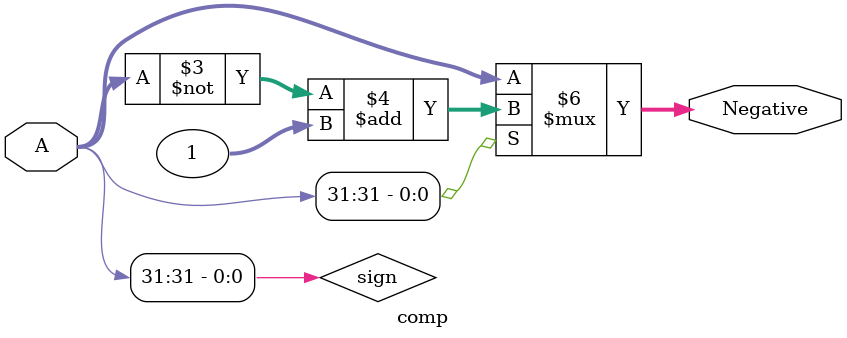
<source format=v>
`timescale 1ns / 1ps


module comp#(parameter n = 32)(input [31:0] A, output reg [31:0]Negative);

wire sign;
assign  sign = A[n-1];
always @(*)
begin 
    if (sign == 1)
    begin
    Negative = ~A;
     Negative = Negative +1; 
    end 

else 
begin
Negative= A;
end
end
endmodule

</source>
